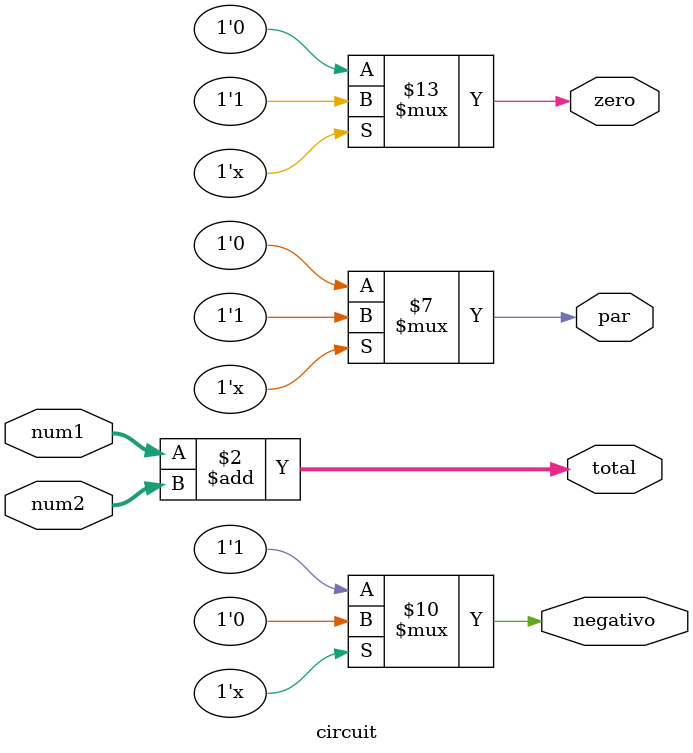
<source format=sv>
parameter n_bits = 8;
module circuit(
  input logic signed [n_bits-1:0] num1, num2, // variáveis de entrada em complemento de 2
  output logic signed [n_bits-1:0] total,
  output logic negativo, zero, par
);
  always_comb begin
    total <= num1 + num2;
    if(total == 0) zero <= 1;
    	else zero <= 0;
    if(total[n_bits-1] == 0) negativo <= 0;
    	else negativo <= 1;
    // total[n_bits-1] pegando o mais significativo, se for 0 é um número
    //positivo, se não, é um número negativo
    if(total[0] == 0) par <= 1; // Pega o bit menos significativo
    	else par <= 0;
  end
endmodule

</source>
